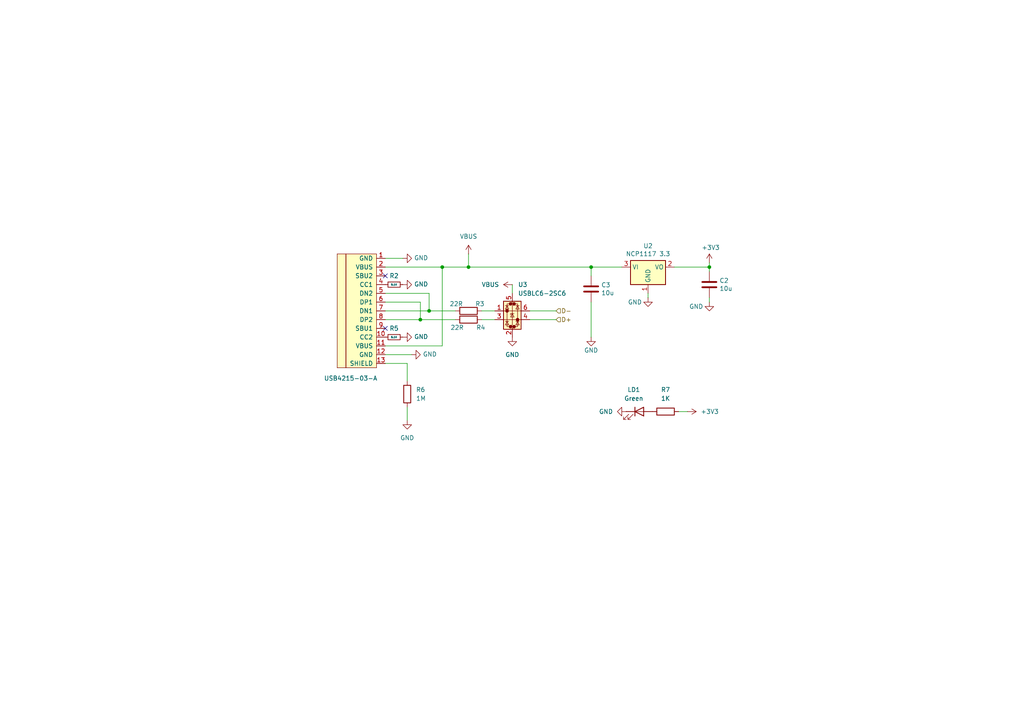
<source format=kicad_sch>
(kicad_sch (version 20250114) (generator "eeschema") (generator_version "9.0")
  (paper "A4")
  (title_block (title "${NAME}") (date "2025-06-22") (rev "${VERSION}") (company "Mikhail Matveev") (comment 1 "https://github.com/xtremespb/frank"))
  (lib_symbols
    (symbol "+3V3_1" (power) (pin_numbers (hide yes)) (pin_names (offset 0) (hide yes))
      (property "Value" "+3V3" (at 0 3.556 0))
      (symbol "+3V3_1_0_1"
        (polyline (pts (xy -0.762 1.27) (xy 0 2.54)))
        (polyline (pts (xy 0 2.54) (xy 0.762 1.27)))
        (polyline (pts (xy 0 0) (xy 0 2.54)))
      )
      (symbol "+3V3_1_1_1"
        (pin power_in line (at 0 0 90) (length 0) (name "~") (number "1"))
      )
    )
    (symbol "Device:C" (pin_numbers (hide yes)) (pin_names (offset 0.254))
      (property "Reference" "C" (at 0.635 2.54 0))
      (property "Value" "C" (at 0.635 -2.54 0))
      (symbol "C_0_1"
        (polyline (pts (xy -2.032 0.762) (xy 2.032 0.762)) (stroke (width 0.508)))
        (polyline (pts (xy -2.032 -0.762) (xy 2.032 -0.762)) (stroke (width 0.508)))
      )
      (symbol "C_1_1"
        (pin passive line (at 0 3.81 270) (length 2.794) (name "~") (number "1"))
        (pin passive line (at 0 -3.81 90) (length 2.794) (name "~") (number "2"))
      )
    )
    (symbol "Device:LED" (pin_numbers (hide yes)) (pin_names (offset 1.016) (hide yes))
      (property "Reference" "D" (at 0 2.54 0))
      (property "Value" "LED" (at 0 -2.54 0))
      (symbol "LED_0_1"
        (polyline (pts (xy -3.048 -0.762) (xy -4.572 -2.286) (xy -3.81 -2.286) (xy -4.572 -2.286) (xy -4.572 -1.524)))
        (polyline (pts (xy -1.778 -0.762) (xy -3.302 -2.286) (xy -2.54 -2.286) (xy -3.302 -2.286) (xy -3.302 -1.524)))
        (polyline (pts (xy -1.27 0) (xy 1.27 0)))
        (polyline (pts (xy -1.27 -1.27) (xy -1.27 1.27)) (stroke (width 0.254)))
        (polyline (pts (xy 1.27 -1.27) (xy 1.27 1.27) (xy -1.27 0) (xy 1.27 -1.27)) (stroke (width 0.254)))
      )
      (symbol "LED_1_1"
        (pin passive line (at -3.81 0 0) (length 2.54) (name "K") (number "1"))
        (pin passive line (at 3.81 0 180) (length 2.54) (name "A") (number "2"))
      )
    )
    (symbol "Device:R" (pin_numbers (hide yes)) (pin_names (offset 0))
      (property "Reference" "R" (at 2.032 0 90))
      (property "Value" "R" (at 0 0 90))
      (symbol "R_0_1"
        (rectangle (start -1.016 -2.54) (end 1.016 2.54) (stroke (width 0.254)))
      )
      (symbol "R_1_1"
        (pin passive line (at 0 3.81 270) (length 1.27) (name "~") (number "1"))
        (pin passive line (at 0 -3.81 90) (length 1.27) (name "~") (number "2"))
      )
    )
    (symbol "Device:R_Small" (pin_numbers (hide yes)) (pin_names (offset 0.254) (hide yes))
      (property "Reference" "R" (at 0.762 0.508 0))
      (property "Value" "R_Small" (at 0.762 -1.016 0))
      (symbol "R_Small_0_1"
        (rectangle (start -0.762 1.778) (end 0.762 -1.778) (stroke (width 0.2032)))
      )
      (symbol "R_Small_1_1"
        (pin passive line (at 0 2.54 270) (length 0.762) (name "~") (number "1"))
        (pin passive line (at 0 -2.54 90) (length 0.762) (name "~") (number "2"))
      )
    )
    (symbol "FRANK:USB-C" (pin_names (offset 1.016))
      (property "Value" "USB Type C" (at 0.254 -20.828 0))
      (symbol "USB-C_0_1"
        (rectangle (start -11.43 15.24) (end -8.89 -17.78) (fill (type background)))
        (rectangle (start 0 -17.78) (end -8.89 15.24) (fill (type background)))
      )
      (symbol "USB-C_1_1"
        (pin input line (at 2.54 13.97 180) (length 2.54) (name "GND") (number "1"))
        (pin input line (at 2.54 11.43 180) (length 2.54) (name "VBUS") (number "2"))
        (pin input line (at 2.54 8.89 180) (length 2.54) (name "SBU2") (number "3"))
        (pin input line (at 2.54 6.35 180) (length 2.54) (name "CC1") (number "4"))
        (pin input line (at 2.54 3.81 180) (length 2.54) (name "DN2") (number "5"))
        (pin input line (at 2.54 1.27 180) (length 2.54) (name "DP1") (number "6"))
        (pin input line (at 2.54 -1.27 180) (length 2.54) (name "DN1") (number "7"))
        (pin input line (at 2.54 -3.81 180) (length 2.54) (name "DP2") (number "8"))
        (pin input line (at 2.54 -6.35 180) (length 2.54) (name "SBU1") (number "9"))
        (pin input line (at 2.54 -8.89 180) (length 2.54) (name "CC2") (number "10"))
        (pin input line (at 2.54 -11.43 180) (length 2.54) (name "VBUS") (number "11"))
        (pin input line (at 2.54 -13.97 180) (length 2.54) (name "GND") (number "12"))
        (pin input line (at 2.54 -16.51 180) (length 2.54) (name "SHIELD") (number "13"))
      )
    )
    (symbol "FRANK:USBLC6-2SC6" (pin_names (hide yes))
      (property "Reference" "U7" (at 1.6511 7.62 0))
      (property "Value" "USBLC6-2SC6" (at 1.6511 5.08 0))
      (symbol "USBLC6-2SC6_0_0"
        (circle (center -1.524 0) (radius 0.0001) (stroke (width 0.508)))
        (circle (center -0.508 2.032) (radius 0.0001) (stroke (width 0.508)))
        (circle (center -0.508 -4.572) (radius 0.0001) (stroke (width 0.508)))
        (circle (center 0.508 2.032) (radius 0.0001) (stroke (width 0.508)))
        (circle (center 0.508 -4.572) (radius 0.0001) (stroke (width 0.508)))
        (circle (center 1.524 -2.54) (radius 0.0001) (stroke (width 0.508)))
      )
      (symbol "USBLC6-2SC6_0_1"
        (polyline (pts (xy -2.54 0) (xy 2.54 0)))
        (polyline (pts (xy -2.54 -2.54) (xy 2.54 -2.54)))
        (polyline (pts (xy -2.032 0.508) (xy -1.016 0.508) (xy -1.524 1.524) (xy -2.032 0.508)))
        (polyline (pts (xy -2.032 -3.048) (xy -1.016 -3.048)))
        (polyline (pts (xy -1.016 1.524) (xy -2.032 1.524)))
        (polyline (pts (xy -1.016 -4.064) (xy -2.032 -4.064) (xy -1.524 -3.048) (xy -1.016 -4.064)))
        (polyline (pts (xy -0.508 -1.143) (xy -0.508 -0.762) (xy 0.508 -0.762)))
        (polyline (pts (xy 0 2.54) (xy -0.508 2.032) (xy 0.508 2.032) (xy 0 1.524) (xy 0 -4.064) (xy -0.508 -4.572) (xy 0.508 -4.572) (xy 0 -5.08)))
        (polyline (pts (xy 0.508 -1.778) (xy -0.508 -1.778) (xy 0 -0.762) (xy 0.508 -1.778)))
        (polyline (pts (xy 1.016 1.524) (xy 2.032 1.524)))
        (polyline (pts (xy 1.016 -3.048) (xy 2.032 -3.048)))
        (polyline (pts (xy 2.032 0.508) (xy 1.016 0.508) (xy 1.524 1.524) (xy 2.032 0.508)))
        (polyline (pts (xy 2.032 -4.064) (xy 1.016 -4.064) (xy 1.524 -3.048) (xy 2.032 -4.064)))
      )
      (symbol "USBLC6-2SC6_1_1"
        (rectangle (start -2.54 2.794) (end 2.54 -5.334) (stroke (width 0.254)) (fill (type background)))
        (polyline (pts (xy -0.508 2.032) (xy -1.524 2.032) (xy -1.524 -4.572) (xy -0.508 -4.572)))
        (polyline (pts (xy 0.508 -4.572) (xy 1.524 -4.572) (xy 1.524 2.032) (xy 0.508 2.032)))
        (pin passive line (at -5.08 0 0) (length 2.54) (name "I/O1") (number "1"))
        (pin passive line (at -5.08 -2.54 0) (length 2.54) (name "I/O2") (number "3"))
        (pin passive line (at 0 5.08 270) (length 2.54) (name "VBUS") (number "5"))
        (pin passive line (at 0 -7.62 90) (length 2.54) (name "GND") (number "2"))
        (pin passive line (at 5.08 0 180) (length 2.54) (name "I/O1") (number "6"))
        (pin passive line (at 5.08 -2.54 180) (length 2.54) (name "I/O2") (number "4"))
      )
    )
    (symbol "GND_1" (power) (pin_numbers (hide yes)) (pin_names (offset 0) (hide yes))
      (property "Value" "GND" (at 0 -3.81 0))
      (symbol "GND_1_0_1"
        (polyline (pts (xy 0 0) (xy 0 -1.27) (xy 1.27 -1.27) (xy 0 -2.54) (xy -1.27 -1.27) (xy 0 -1.27)))
      )
      (symbol "GND_1_1_1"
        (pin power_in line (at 0 0 270) (length 0) (name "~") (number "1"))
      )
    )
    (symbol "GND_2" (power) (pin_numbers (hide yes)) (pin_names (offset 0) (hide yes))
      (property "Value" "GND" (at 0 -3.81 0))
      (symbol "GND_2_0_1"
        (polyline (pts (xy 0 0) (xy 0 -1.27) (xy 1.27 -1.27) (xy 0 -2.54) (xy -1.27 -1.27) (xy 0 -1.27)))
      )
      (symbol "GND_2_1_1"
        (pin power_in line (at 0 0 270) (length 0) (name "~") (number "1"))
      )
    )
    (symbol "GND_3" (power) (pin_numbers (hide yes)) (pin_names (offset 0) (hide yes))
      (property "Value" "GND" (at 0 -3.81 0))
      (symbol "GND_3_0_1"
        (polyline (pts (xy 0 0) (xy 0 -1.27) (xy 1.27 -1.27) (xy 0 -2.54) (xy -1.27 -1.27) (xy 0 -1.27)))
      )
      (symbol "GND_3_1_1"
        (pin power_in line (at 0 0 270) (length 0) (name "~") (number "1"))
      )
    )
    (symbol "GND_4" (power) (pin_numbers (hide yes)) (pin_names (offset 0) (hide yes))
      (property "Value" "GND" (at 0 -3.81 0))
      (symbol "GND_4_0_1"
        (polyline (pts (xy 0 0) (xy 0 -1.27) (xy 1.27 -1.27) (xy 0 -2.54) (xy -1.27 -1.27) (xy 0 -1.27)))
      )
      (symbol "GND_4_1_1"
        (pin power_in line (at 0 0 270) (length 0) (name "~") (number "1"))
      )
    )
    (symbol "GND_5" (power) (pin_numbers (hide yes)) (pin_names (offset 0) (hide yes))
      (property "Value" "GND" (at 0 -3.81 0))
      (symbol "GND_5_0_1"
        (polyline (pts (xy 0 0) (xy 0 -1.27) (xy 1.27 -1.27) (xy 0 -2.54) (xy -1.27 -1.27) (xy 0 -1.27)))
      )
      (symbol "GND_5_1_1"
        (pin power_in line (at 0 0 270) (length 0) (name "~") (number "1"))
      )
    )
    (symbol "GND_6" (power) (pin_numbers (hide yes)) (pin_names (offset 0) (hide yes))
      (property "Value" "GND" (at 0 -3.81 0))
      (symbol "GND_6_0_1"
        (polyline (pts (xy 0 0) (xy 0 -1.27) (xy 1.27 -1.27) (xy 0 -2.54) (xy -1.27 -1.27) (xy 0 -1.27)))
      )
      (symbol "GND_6_1_1"
        (pin power_in line (at 0 0 270) (length 0) (name "~") (number "1"))
      )
    )
    (symbol "GND_7" (power) (pin_numbers (hide yes)) (pin_names (offset 0) (hide yes))
      (property "Value" "GND" (at 0 -3.81 0))
      (symbol "GND_7_0_1"
        (polyline (pts (xy 0 0) (xy 0 -1.27) (xy 1.27 -1.27) (xy 0 -2.54) (xy -1.27 -1.27) (xy 0 -1.27)))
      )
      (symbol "GND_7_1_1"
        (pin power_in line (at 0 0 270) (length 0) (name "~") (number "1"))
      )
    )
    (symbol "Regulator_Linear:NCP1117-3.3_SOT223"
      (property "Reference" "U" (at -3.81 3.175 0))
      (property "Value" "NCP1117-3.3_SOT223" (at 0 3.175 0))
      (symbol "NCP1117-3.3_SOT223_0_1"
        (rectangle (start -5.08 -5.08) (end 5.08 1.905) (stroke (width 0.254)) (fill (type background)))
      )
      (symbol "NCP1117-3.3_SOT223_1_1"
        (pin power_in line (at -7.62 0 0) (length 2.54) (name "VI") (number "3"))
        (pin power_in line (at 0 -7.62 90) (length 2.54) (name "GND") (number "1"))
        (pin power_out line (at 7.62 0 180) (length 2.54) (name "VO") (number "2"))
      )
    )
    (symbol "power:+3V3" (power) (pin_numbers (hide yes)) (pin_names (offset 0) (hide yes))
      (property "Value" "+3V3" (at 0 3.556 0))
      (symbol "+3V3_0_1"
        (polyline (pts (xy -0.762 1.27) (xy 0 2.54)))
        (polyline (pts (xy 0 2.54) (xy 0.762 1.27)))
        (polyline (pts (xy 0 0) (xy 0 2.54)))
      )
      (symbol "+3V3_1_1"
        (pin power_in line (at 0 0 90) (length 0) (name "~") (number "1"))
      )
    )
    (symbol "power:GND" (power) (pin_numbers (hide yes)) (pin_names (offset 0) (hide yes))
      (property "Value" "GND" (at 0 -3.81 0))
      (symbol "GND_0_1"
        (polyline (pts (xy 0 0) (xy 0 -1.27) (xy 1.27 -1.27) (xy 0 -2.54) (xy -1.27 -1.27) (xy 0 -1.27)))
      )
      (symbol "GND_1_1"
        (pin power_in line (at 0 0 270) (length 0) (name "~") (number "1"))
      )
    )
    (symbol "power:VBUS" (power) (pin_numbers (hide yes)) (pin_names (offset 0) (hide yes))
      (property "Value" "VBUS" (at 0 3.556 0))
      (symbol "VBUS_0_1"
        (polyline (pts (xy -0.762 1.27) (xy 0 2.54)))
        (polyline (pts (xy 0 2.54) (xy 0.762 1.27)))
        (polyline (pts (xy 0 0) (xy 0 2.54)))
      )
      (symbol "VBUS_1_1"
        (pin power_in line (at 0 0 90) (length 0) (name "~") (number "1"))
      )
    )
  )
  (junction (at 121.92 92.71))
  (junction (at 171.45 77.47))
  (junction (at 128.27 77.47))
  (junction (at 124.46 90.17))
  (junction (at 205.74 77.47))
  (junction (at 135.89 77.47))
  (no_connect (at 111.76 95.25))
  (no_connect (at 111.76 80.01))
  (wire (pts (xy 111.76 77.47) (xy 128.27 77.47)))
  (wire (pts (xy 111.76 87.63) (xy 121.92 87.63)))
  (wire (pts (xy 139.7 90.17) (xy 143.51 90.17)))
  (wire (pts (xy 135.89 77.47) (xy 171.45 77.47)))
  (wire (pts (xy 111.76 102.87) (xy 119.38 102.87)))
  (wire (pts (xy 180.34 77.47) (xy 171.45 77.47)))
  (wire (pts (xy 205.74 77.47) (xy 205.74 76.2)))
  (wire (pts (xy 148.59 82.55) (xy 148.59 85.09)))
  (wire (pts (xy 153.67 92.71) (xy 161.29 92.71)))
  (wire (pts (xy 128.27 100.33) (xy 111.76 100.33)))
  (wire (pts (xy 205.74 78.74) (xy 205.74 77.47)))
  (wire (pts (xy 118.11 121.92) (xy 118.11 118.11)))
  (wire (pts (xy 195.58 77.47) (xy 205.74 77.47)))
  (wire (pts (xy 111.76 85.09) (xy 124.46 85.09)))
  (wire (pts (xy 111.76 90.17) (xy 124.46 90.17)))
  (wire (pts (xy 124.46 90.17) (xy 132.08 90.17)))
  (wire (pts (xy 128.27 77.47) (xy 128.27 100.33)))
  (wire (pts (xy 111.76 74.93) (xy 116.84 74.93)))
  (wire (pts (xy 139.7 92.71) (xy 143.51 92.71)))
  (wire (pts (xy 205.74 86.36) (xy 205.74 87.63)))
  (wire (pts (xy 171.45 77.47) (xy 171.45 80.01)))
  (wire (pts (xy 111.76 92.71) (xy 121.92 92.71)))
  (wire (pts (xy 171.45 87.63) (xy 171.45 97.79)))
  (wire (pts (xy 118.11 105.41) (xy 118.11 110.49)))
  (wire (pts (xy 111.76 105.41) (xy 118.11 105.41)))
  (wire (pts (xy 135.89 73.66) (xy 135.89 77.47)))
  (wire (pts (xy 196.85 119.38) (xy 199.39 119.38)))
  (wire (pts (xy 153.67 90.17) (xy 161.29 90.17)))
  (wire (pts (xy 128.27 77.47) (xy 135.89 77.47)))
  (wire (pts (xy 187.96 85.09) (xy 187.96 86.36)))
  (wire (pts (xy 124.46 85.09) (xy 124.46 90.17)))
  (wire (pts (xy 121.92 92.71) (xy 132.08 92.71)))
  (wire (pts (xy 121.92 87.63) (xy 121.92 92.71)))
  (hierarchical_label "D-" (shape input) (at 161.29 90.17 0))
  (hierarchical_label "D+" (shape input) (at 161.29 92.71 0))
  (symbol (lib_name "GND_3") (lib_id "power:GND") (at 171.45 97.79 0) (unit 1)
    (property "Reference" "#PWR020" (effects (hide yes)))
    (property "Value" "GND" (at 171.45 101.6 0))
    (property "Description" "Power symbol creates a global label with name \"GND\" , ground" (effects (hide yes)))
  )
  (symbol (lib_id "power:VBUS") (at 135.89 73.66 0) (unit 1)
    (property "Reference" "#PWR011" (effects (hide yes)))
    (property "Value" "VBUS" (at 135.89 68.58 0))
    (property "Description" "Power symbol creates a global label with name \"VBUS\"" (effects (hide yes)))
  )
  (symbol (lib_name "GND_5") (lib_id "power:GND") (at 116.84 97.79 90) (unit 1)
    (property "Reference" "#PWR018" (effects (hide yes)))
    (property "Value" "GND" (at 120.0912 97.663 90) (effects (justify right)))
    (property "Description" "Power symbol creates a global label with name \"GND\" , ground" (effects (hide yes)))
  )
  (symbol (lib_name "GND_2") (lib_id "power:GND") (at 181.61 119.38 270) (unit 1)
    (property "Reference" "#PWR022" (effects (hide yes)))
    (property "Value" "GND" (at 177.8 119.3799 90) (effects (justify right)))
    (property "Description" "Power symbol creates a global label with name \"GND\" , ground" (effects (hide yes)))
  )
  (symbol (lib_id "FRANK:USBLC6-2SC6") (at 148.59 90.17 0) (unit 1)
    (property "Reference" "U3" (at 150.2411 82.55 0) (effects (justify left)))
    (property "Value" "USBLC6-2SC6" (at 150.2411 85.09 0) (effects (justify left)))
    (property "Footprint" "FRANK:SOT-23-6" (effects (hide yes)))
    (property "Datasheet" "https://www.st.com/resource/en/datasheet/usblc6-2.pdf" (effects (hide yes)))
    (property "Description" "Very low capacitance ESD protection diode, 2 data-line, SOT-23-6" (effects (hide yes)))
    (property "AliExpress" "https://vi.aliexpress.com/item/1005006883533480.html" (effects (hide yes)))
  )
  (symbol (lib_id "power:GND") (at 148.59 97.79 0) (unit 1)
    (property "Reference" "#PWR019" (effects (hide yes)))
    (property "Value" "GND" (at 148.59 102.87 0))
    (property "Description" "Power symbol creates a global label with name \"GND\" , ground" (effects (hide yes)))
  )
  (symbol (lib_id "Device:LED") (at 185.42 119.38 0) (unit 1)
    (property "Reference" "LD1" (at 183.8325 113.03 0))
    (property "Value" "Green" (at 183.8325 115.57 0))
    (property "Footprint" "FRANK:LED (0805)" (effects (hide yes)))
    (property "Datasheet" "https://www.farnell.com/datasheets/1760130.pdf" (effects (hide yes)))
    (property "Description" "Light emitting diode" (effects (hide yes)))
    (property "AliExpress" "https://www.aliexpress.com/item/1005007252088951.html" (effects (hide yes)))
    (property "Sim.Pins" "1=K 2=A" (effects (hide yes)))
  )
  (symbol (lib_id "Regulator_Linear:NCP1117-3.3_SOT223") (at 187.96 77.47 0) (unit 1)
    (property "Reference" "U2" (at 187.96 71.3232 0))
    (property "Value" "NCP1117 3.3" (at 187.96 73.6346 0))
    (property "Footprint" "FRANK:SOT-223" (effects (hide yes)))
    (property "Datasheet" "http://www.onsemi.com/pub_link/Collateral/NCP1117-D.PDF" (effects (hide yes)))
    (property "AliExpress" "https://www.aliexpress.com/item/1005005802338707.html" (effects (hide yes)))
  )
  (symbol (lib_id "Device:R") (at 135.89 90.17 270) (mirror x) (unit 1)
    (property "Reference" "R3" (at 139.192 88.138 90))
    (property "Value" "22R" (at 132.334 88.138 90))
    (property "Footprint" "FRANK:Resistor (0805)" (effects (hide yes)))
    (property "Datasheet" "https://www.vishay.com/docs/28952/mcs0402at-mct0603at-mcu0805at-mca1206at.pdf" (effects (hide yes)))
    (property "AliExpress" "https://www.aliexpress.com/item/1005005945735199.html" (effects (hide yes)))
  )
  (symbol (lib_id "Device:C") (at 205.74 82.55 0) (unit 1)
    (property "Reference" "C2" (at 208.661 81.3816 0) (effects (justify left)))
    (property "Value" "10u" (at 208.661 83.693 0) (effects (justify left)))
    (property "Footprint" "FRANK:Capacitor (0805)" (effects (hide yes)))
    (property "Datasheet" "https://eu.mouser.com/datasheet/2/40/KGM_X7R-3223212.pdf" (effects (hide yes)))
    (property "AliExpress" "https://www.aliexpress.com/item/33008008276.html" (effects (hide yes)))
  )
  (symbol (lib_name "GND_7") (lib_id "power:GND") (at 119.38 102.87 90) (unit 1)
    (property "Reference" "#PWR021" (effects (hide yes)))
    (property "Value" "GND" (at 122.6312 102.743 90) (effects (justify right)))
    (property "Description" "Power symbol creates a global label with name \"GND\" , ground" (effects (hide yes)))
  )
  (symbol (lib_id "FRANK:USB-C") (at 109.22 88.9 0) (unit 1)
    (property "Reference" "J1" (effects (hide yes)))
    (property "Value" "USB4215-03-A" (at 109.474 109.728 0) (effects (justify right)))
    (property "Footprint" "FRANK:USB Type C" (effects (hide yes)))
    (property "Datasheet" "https://eu.mouser.com/datasheet/2/837/usb4215-3472997.pdf" (effects (hide yes)))
    (property "AliExpress" "https://www.aliexpress.com/item/1005005500797563.html" (effects (hide yes)))
  )
  (symbol (lib_id "Device:C") (at 171.45 83.82 0) (unit 1)
    (property "Reference" "C3" (at 174.371 82.6516 0) (effects (justify left)))
    (property "Value" "10u" (at 174.371 84.963 0) (effects (justify left)))
    (property "Footprint" "FRANK:Capacitor (0805)" (effects (hide yes)))
    (property "Datasheet" "https://eu.mouser.com/datasheet/2/40/KGM_X7R-3223212.pdf" (effects (hide yes)))
    (property "AliExpress" "https://www.aliexpress.com/item/33008008276.html" (effects (hide yes)))
  )
  (symbol (lib_id "Device:R") (at 193.04 119.38 90) (unit 1)
    (property "Reference" "R7" (at 193.04 113.03 90))
    (property "Value" "1K" (at 193.04 115.57 90))
    (property "Footprint" "FRANK:Resistor (0805)" (effects (hide yes)))
    (property "Datasheet" "https://www.vishay.com/docs/28952/mcs0402at-mct0603at-mcu0805at-mca1206at.pdf" (effects (hide yes)))
    (property "Description" "Resistor" (effects (hide yes)))
    (property "AliExpress" "https://www.aliexpress.com/item/1005005945735199.html" (effects (hide yes)))
  )
  (symbol (lib_id "Device:R_Small") (at 114.3 97.79 270) (unit 1)
    (property "Reference" "R5" (at 114.3 95.25 90))
    (property "Value" "5.1K" (at 114.3 97.79 90) (effects (font (size 0.508 0.508))))
    (property "Footprint" "FRANK:Resistor (0805)" (effects (hide yes)))
    (property "Datasheet" "https://www.vishay.com/docs/28952/mcs0402at-mct0603at-mcu0805at-mca1206at.pdf" (effects (hide yes)))
    (property "AliExpress" "https://www.aliexpress.com/item/1005005945735199.html" (effects (hide yes)))
  )
  (symbol (lib_name "GND_6") (lib_id "power:GND") (at 116.84 82.55 90) (unit 1)
    (property "Reference" "#PWR014" (effects (hide yes)))
    (property "Value" "GND" (at 120.0912 82.423 90) (effects (justify right)))
    (property "Description" "Power symbol creates a global label with name \"GND\" , ground" (effects (hide yes)))
  )
  (symbol (lib_name "GND_1") (lib_id "power:GND") (at 205.74 87.63 0) (unit 1)
    (property "Reference" "#PWR017" (effects (hide yes)))
    (property "Value" "GND" (at 201.93 88.9 0))
    (property "Description" "Power symbol creates a global label with name \"GND\" , ground" (effects (hide yes)))
  )
  (symbol (lib_id "power:+3V3") (at 205.74 76.2 0) (unit 1)
    (property "Reference" "#PWR013" (effects (hide yes)))
    (property "Value" "+3V3" (at 206.121 71.8058 0))
    (property "Description" "Power symbol creates a global label with name \"+3V3\"" (effects (hide yes)))
  )
  (symbol (lib_id "Device:R_Small") (at 114.3 82.55 270) (unit 1)
    (property "Reference" "R2" (at 114.3 80.01 90))
    (property "Value" "5.1K" (at 114.3 82.55 90) (effects (font (size 0.508 0.508))))
    (property "Footprint" "FRANK:Resistor (0805)" (effects (hide yes)))
    (property "Datasheet" "https://www.vishay.com/docs/28952/mcs0402at-mct0603at-mcu0805at-mca1206at.pdf" (effects (hide yes)))
    (property "AliExpress" "https://www.aliexpress.com/item/1005005945735199.html" (effects (hide yes)))
  )
  (symbol (lib_id "power:VBUS") (at 148.59 82.55 90) (unit 1)
    (property "Reference" "#PWR015" (effects (hide yes)))
    (property "Value" "VBUS" (at 144.78 82.5499 90) (effects (justify left)))
    (property "Description" "Power symbol creates a global label with name \"VBUS\"" (effects (hide yes)))
  )
  (symbol (lib_id "power:GND") (at 116.84 74.93 90) (unit 1)
    (property "Reference" "#PWR012" (effects (hide yes)))
    (property "Value" "GND" (at 120.0912 74.803 90) (effects (justify right)))
    (property "Description" "Power symbol creates a global label with name \"GND\" , ground" (effects (hide yes)))
  )
  (symbol (lib_id "Device:R") (at 135.89 92.71 270) (mirror x) (unit 1)
    (property "Reference" "R4" (at 139.446 94.996 90))
    (property "Value" "22R" (at 132.588 94.996 90))
    (property "Footprint" "FRANK:Resistor (0805)" (effects (hide yes)))
    (property "Datasheet" "https://www.vishay.com/docs/28952/mcs0402at-mct0603at-mcu0805at-mca1206at.pdf" (effects (hide yes)))
    (property "AliExpress" "https://www.aliexpress.com/item/1005005945735199.html" (effects (hide yes)))
  )
  (symbol (lib_id "power:GND") (at 118.11 121.92 0) (unit 1)
    (property "Reference" "#PWR024" (effects (hide yes)))
    (property "Value" "GND" (at 118.11 127 0))
    (property "Description" "Power symbol creates a global label with name \"GND\" , ground" (effects (hide yes)))
  )
  (symbol (lib_id "Device:R") (at 118.11 114.3 0) (unit 1)
    (property "Reference" "R6" (at 120.65 113.0299 0) (effects (justify left)))
    (property "Value" "1M" (at 120.65 115.5699 0) (effects (justify left)))
    (property "Footprint" "FRANK:Resistor (0805)" (effects (hide yes)))
    (property "Datasheet" "https://www.vishay.com/docs/28952/mcs0402at-mct0603at-mcu0805at-mca1206at.pdf" (effects (hide yes)))
    (property "AliExpress" "https://www.aliexpress.com/item/1005005945735199.html" (effects (hide yes)))
  )
  (symbol (lib_name "+3V3_1") (lib_id "power:+3V3") (at 199.39 119.38 270) (unit 1)
    (property "Reference" "#PWR023" (effects (hide yes)))
    (property "Value" "+3V3" (at 203.2 119.3799 90) (effects (justify left)))
    (property "Description" "Power symbol creates a global label with name \"+3V3\"" (effects (hide yes)))
  )
  (symbol (lib_name "GND_4") (lib_id "power:GND") (at 187.96 86.36 0) (unit 1)
    (property "Reference" "#PWR016" (effects (hide yes)))
    (property "Value" "GND" (at 184.15 87.63 0))
    (property "Description" "Power symbol creates a global label with name \"GND\" , ground" (effects (hide yes)))
  )
)
</source>
